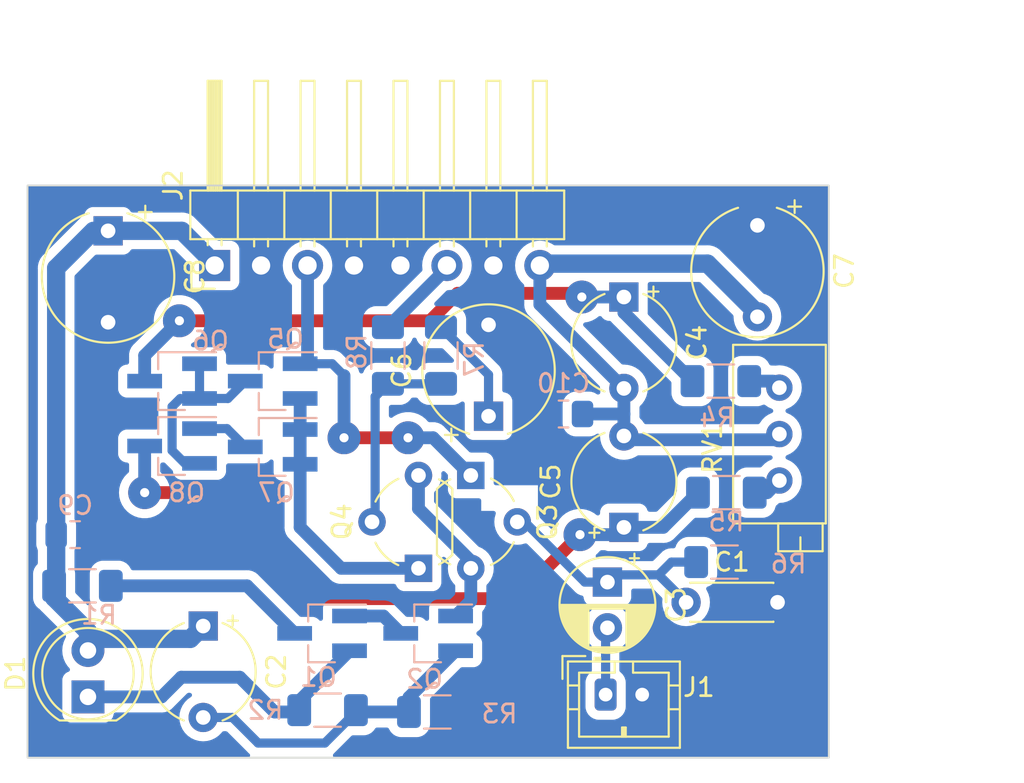
<source format=kicad_pcb>
(kicad_pcb (version 20221018) (generator pcbnew)
  (layers (0 "F.Cu" signal) (31 "B.Cu" signal) (34 "B.Paste" user) (35 "F.Paste" user) (36 "B.SilkS" user "B.Silkscreen") (37 "F.SilkS" user "F.Silkscreen") (38 "B.Mask" user) (39 "F.Mask" user) (44 "Edge.Cuts" user))
  (net 0 "")
  (net 1 "Net-(Q3-B)")
  (net 2 "GND")
  (net 3 "Net-(D1-A)")
  (net 4 "Net-(Q2-B)")
  (net 5 "Net-(J1-Pin_1)")
  (net 6 "Net-(Q6-E)")
  (net 7 "Net-(J2-Pin_8)")
  (net 8 "Net-(Q8-E)")
  (net 9 "Net-(C6-Pad1)")
  (net 10 "Net-(D1-K)")
  (net 11 "Net-(J2-Pin_3)")
  (net 12 "Net-(J2-Pin_6)")
  (net 13 "Net-(Q1-C)")
  (net 14 "Net-(Q1-E)")
  (net 15 "Net-(Q2-C)")
  (net 16 "Net-(Q4-C)")
  (net 17 "Net-(Q4-B)")
  (net 18 "Net-(Q5-E)")
  (net 19 "Net-(Q7-E)")
  (net 20 "Net-(R4-Pad2)")
  (net 21 "Net-(R5-Pad2)")
  (footprint "Capacitor_THT:CP_Radial_Tantal_D5.5mm_P5.00mm" (layer "F.Cu") (at 159.8 85.9 -90)
    (fp_text reference "C4" (at 2.5 -4 90) (layer "F.SilkS"))
    (fp_text value "33u/25V")
    (pad "1" thru_hole rect (at 0 0 270) (size 1.6 1.6) (drill 0.8) (layers "*.Cu" "*.Mask") (net 6 "Net-(Q6-E)"))
    (pad "2" thru_hole circle (at 5 0 270) (size 1.6 1.6) (drill 0.8) (layers "*.Cu" "*.Mask") (net 7 "Net-(J2-Pin_8)"))
  )
  (footprint "Capacitor_THT:CP_Radial_D5.0mm_P2.50mm" (layer "F.Cu") (at 158.9 101.494888 -90)
    (fp_text reference "C3" (at 1.25 -3.75 90) (layer "F.SilkS"))
    (fp_text value "2u2/16V")
    (pad "1" thru_hole rect (at 0 0 270) (size 1.6 1.6) (drill 0.8) (layers "*.Cu" "*.Mask") (net 1 "Net-(Q3-B)"))
    (pad "2" thru_hole circle (at 2.5 0 270) (size 1.6 1.6) (drill 0.8) (layers "*.Cu" "*.Mask") (net 5 "Net-(J1-Pin_1)"))
  )
  (footprint "Potentiometer_THT:Potentiometer_Bourns_3296X_Horizontal" (layer "F.Cu") (at 168.3 90.86 90)
    (fp_text reference "RV1" (at -3.3 -3.66 90) (layer "F.SilkS"))
    (fp_text value "50")
    (pad "1" thru_hole circle (at 0 0 90) (size 1.44 1.44) (drill 0.8) (layers "*.Cu" "*.Mask") (net 20 "Net-(R4-Pad2)"))
    (pad "2" thru_hole circle (at -2.54 0 90) (size 1.44 1.44) (drill 0.8) (layers "*.Cu" "*.Mask") (net 7 "Net-(J2-Pin_8)"))
    (pad "3" thru_hole circle (at -5.08 0 90) (size 1.44 1.44) (drill 0.8) (layers "*.Cu" "*.Mask") (net 21 "Net-(R5-Pad2)"))
  )
  (footprint "Package_TO_SOT_THT:TO-92_Wide" (layer "F.Cu") (at 151.43 95.66 -90)
    (fp_text reference "Q3" (at 2.55 -4.19 90) (layer "F.SilkS"))
    (fp_text value "BC560C")
    (pad "1" thru_hole rect (at 0 0 270) (size 1.5 1.5) (drill 0.8) (layers "*.Cu" "*.Mask") (net 11 "Net-(J2-Pin_3)"))
    (pad "2" thru_hole circle (at 2.54 -2.54 270) (size 1.5 1.5) (drill 0.8) (layers "*.Cu" "*.Mask") (net 1 "Net-(Q3-B)"))
    (pad "3" thru_hole circle (at 5.08 0 270) (size 1.5 1.5) (drill 0.8) (layers "*.Cu" "*.Mask") (net 15 "Net-(Q2-C)"))
  )
  (footprint "Capacitor_THT:CP_Radial_Tantal_D7.0mm_P5.00mm" (layer "F.Cu") (at 152.4 92.420139 90)
    (fp_text reference "C6" (at 2.5 -4.75 90) (layer "F.SilkS"))
    (fp_text value "47u/25V")
    (pad "1" thru_hole rect (at 0 0 90) (size 1.6 1.6) (drill 0.8) (layers "*.Cu" "*.Mask") (net 9 "Net-(C6-Pad1)"))
    (pad "2" thru_hole circle (at 5 0 90) (size 1.6 1.6) (drill 0.8) (layers "*.Cu" "*.Mask") (net 2 "GND"))
  )
  (footprint "Capacitor_THT:CP_Radial_Tantal_D5.5mm_P5.00mm" (layer "F.Cu") (at 159.8 98.5 90)
    (fp_text reference "C5" (at 2.5 -4 90) (layer "F.SilkS"))
    (fp_text value "33u/25V")
    (pad "1" thru_hole rect (at 0 0 90) (size 1.6 1.6) (drill 0.8) (layers "*.Cu" "*.Mask") (net 8 "Net-(Q8-E)"))
    (pad "2" thru_hole circle (at 5 0 90) (size 1.6 1.6) (drill 0.8) (layers "*.Cu" "*.Mask") (net 7 "Net-(J2-Pin_8)"))
  )
  (footprint "Capacitor_THT:CP_Radial_Tantal_D7.0mm_P5.00mm" (layer "F.Cu") (at 167.1 81.979862 -90)
    (fp_text reference "C7" (at 2.5 -4.75 90) (layer "F.SilkS"))
    (fp_text value "47u/35V")
    (pad "1" thru_hole rect (at 0 0 270) (size 1.6 1.6) (drill 0.8) (layers "*.Cu" "*.Mask") (net 2 "GND"))
    (pad "2" thru_hole circle (at 5 0 270) (size 1.6 1.6) (drill 0.8) (layers "*.Cu" "*.Mask") (net 7 "Net-(J2-Pin_8)"))
  )
  (footprint "Capacitor_THT:C_Disc_D4.3mm_W1.9mm_P5.00mm" (layer "F.Cu") (at 163.2 102.6)
    (fp_text reference "C1" (at 2.5 -2.2) (layer "F.SilkS"))
    (fp_text value "330p")
    (pad "1" thru_hole circle (at 0 0) (size 1.6 1.6) (drill 0.8) (layers "*.Cu" "*.Mask") (net 1 "Net-(Q3-B)"))
    (pad "2" thru_hole circle (at 5 0) (size 1.6 1.6) (drill 0.8) (layers "*.Cu" "*.Mask") (net 2 "GND"))
  )
  (footprint "Connector_JST:JST_PH_B2B-PH-K_1x02_P2.00mm_Vertical" (layer "F.Cu") (at 158.8 107.65)
    (fp_text reference "J1" (at 5.1 -0.4) (layer "F.SilkS"))
    (fp_text value "Conn_01x02")
    (pad "1" thru_hole roundrect (at 0 0) (size 1.2 1.75) (drill 0.75) (layers "*.Cu" "*.Mask") (roundrect_rratio 0.208333) (net 5 "Net-(J1-Pin_1)"))
    (pad "2" thru_hole oval (at 2 0) (size 1.2 1.75) (drill 0.75) (layers "*.Cu" "*.Mask") (net 2 "GND"))
  )
  (footprint "LED_THT:LED_D5.0mm" (layer "F.Cu") (at 130.5 107.775 90)
    (fp_text reference "D1" (at 1.27 -3.96 90) (layer "F.SilkS"))
    (fp_text value "LED_Small")
    (pad "1" thru_hole rect (at 0 0 90) (size 1.8 1.8) (drill 0.9) (layers "*.Cu" "*.Mask") (net 10 "Net-(D1-K)"))
    (pad "2" thru_hole circle (at 2.54 0 90) (size 1.8 1.8) (drill 0.9) (layers "*.Cu" "*.Mask") (net 3 "Net-(D1-A)"))
  )
  (footprint "Package_TO_SOT_THT:TO-92_Wide" (layer "F.Cu") (at 148.57 100.74 90)
    (fp_text reference "Q4" (at 2.55 -4.19 90) (layer "F.SilkS"))
    (fp_text value "BC560C")
    (pad "1" thru_hole rect (at 0 0 90) (size 1.5 1.5) (drill 0.8) (layers "*.Cu" "*.Mask") (net 16 "Net-(Q4-C)"))
    (pad "2" thru_hole circle (at 2.54 -2.54 90) (size 1.5 1.5) (drill 0.8) (layers "*.Cu" "*.Mask") (net 17 "Net-(Q4-B)"))
    (pad "3" thru_hole circle (at 5.08 0 90) (size 1.5 1.5) (drill 0.8) (layers "*.Cu" "*.Mask") (net 15 "Net-(Q2-C)"))
  )
  (footprint "Connector_PinHeader_2.54mm:PinHeader_1x08_P2.54mm_Horizontal" (layer "F.Cu") (at 137.425 84.175 90)
    (fp_text reference "J2" (at 4.385 -2.27 90) (layer "F.SilkS"))
    (fp_text value "Conn_01x08")
    (pad "1" thru_hole rect (at 0 0 90) (size 1.7 1.7) (drill 1) (layers "*.Cu" "*.Mask") (net 3 "Net-(D1-A)"))
    (pad "2" thru_hole oval (at 0 2.54 90) (size 1.7 1.7) (drill 1) (layers "*.Cu" "*.Mask") (net 2 "GND"))
    (pad "3" thru_hole oval (at 0 5.08 90) (size 1.7 1.7) (drill 1) (layers "*.Cu" "*.Mask") (net 11 "Net-(J2-Pin_3)"))
    (pad "4" thru_hole oval (at 0 7.62 90) (size 1.7 1.7) (drill 1) (layers "*.Cu" "*.Mask") (net 2 "GND"))
    (pad "5" thru_hole oval (at 0 10.16 90) (size 1.7 1.7) (drill 1) (layers "*.Cu" "*.Mask") (net 2 "GND"))
    (pad "6" thru_hole oval (at 0 12.7 90) (size 1.7 1.7) (drill 1) (layers "*.Cu" "*.Mask") (net 12 "Net-(J2-Pin_6)"))
    (pad "7" thru_hole oval (at 0 15.24 90) (size 1.7 1.7) (drill 1) (layers "*.Cu" "*.Mask") (net 2 "GND"))
    (pad "8" thru_hole oval (at 0 17.78 90) (size 1.7 1.7) (drill 1) (layers "*.Cu" "*.Mask") (net 7 "Net-(J2-Pin_8)"))
  )
  (footprint "Capacitor_THT:CP_Radial_Tantal_D5.5mm_P5.00mm" (layer "F.Cu") (at 136.8 103.9 -90)
    (fp_text reference "C2" (at 2.5 -4 90) (layer "F.SilkS"))
    (fp_text value "33u/25V")
    (pad "1" thru_hole rect (at 0 0 270) (size 1.6 1.6) (drill 0.8) (layers "*.Cu" "*.Mask") (net 3 "Net-(D1-A)"))
    (pad "2" thru_hole circle (at 5 0 270) (size 1.6 1.6) (drill 0.8) (layers "*.Cu" "*.Mask") (net 4 "Net-(Q2-B)"))
  )
  (footprint "Capacitor_THT:CP_Radial_Tantal_D7.0mm_P5.00mm" (layer "F.Cu") (at 131.6 82.279862 -90)
    (fp_text reference "C8" (at 2.5 -4.75 90) (layer "F.SilkS"))
    (fp_text value "47u/35V")
    (pad "1" thru_hole rect (at 0 0 270) (size 1.6 1.6) (drill 0.8) (layers "*.Cu" "*.Mask") (net 3 "Net-(D1-A)"))
    (pad "2" thru_hole circle (at 5 0 270) (size 1.6 1.6) (drill 0.8) (layers "*.Cu" "*.Mask") (net 2 "GND"))
  )
  (footprint "Resistor_SMD:R_1206_3216Metric_Pad1.30x1.75mm_HandSolder" (layer "B.Cu") (at 146.9 89.1 90)
    (fp_text reference "R8" (at 0.2 -1.7 -270) (layer "B.SilkS") (effects (justify mirror)))
    (fp_text value "68k")
    (pad "1" smd roundrect (at -1.55 0 90) (size 1.3 1.75) (layers "B.Cu" "B.Paste" "B.Mask") (roundrect_rratio 0.192308) (net 17 "Net-(Q4-B)"))
    (pad "2" smd roundrect (at 1.55 0 90) (size 1.3 1.75) (layers "B.Cu" "B.Paste" "B.Mask") (roundrect_rratio 0.192308) (net 12 "Net-(J2-Pin_6)"))
  )
  (footprint "Package_TO_SOT_SMD:SOT-23_Handsoldering" (layer "B.Cu") (at 143.3 104.3 180)
    (fp_text reference "Q1" (at 0.2 -2.4) (layer "B.SilkS") (effects (justify mirror)))
    (fp_text value "BC558")
    (pad "1" smd rect (at -1.5 0.95 180) (size 1.9 0.8) (layers "B.Cu" "B.Paste" "B.Mask") (net 13 "Net-(Q1-C)"))
    (pad "2" smd rect (at -1.5 -0.95 180) (size 1.9 0.8) (layers "B.Cu" "B.Paste" "B.Mask") (net 10 "Net-(D1-K)"))
    (pad "3" smd rect (at 1.5 0 180) (size 1.9 0.8) (layers "B.Cu" "B.Paste" "B.Mask") (net 14 "Net-(Q1-E)"))
  )
  (footprint "Resistor_SMD:R_1206_3216Metric_Pad1.30x1.75mm_HandSolder" (layer "B.Cu") (at 165.1 90.5)
    (fp_text reference "R4" (at -0.2 2 -360) (layer "B.SilkS") (effects (justify mirror)))
    (fp_text value "51")
    (pad "1" smd roundrect (at -1.55 0) (size 1.3 1.75) (layers "B.Cu" "B.Paste" "B.Mask") (roundrect_rratio 0.192308) (net 6 "Net-(Q6-E)"))
    (pad "2" smd roundrect (at 1.55 0) (size 1.3 1.75) (layers "B.Cu" "B.Paste" "B.Mask") (roundrect_rratio 0.192308) (net 20 "Net-(R4-Pad2)"))
  )
  (footprint "Resistor_SMD:R_1206_3216Metric_Pad1.30x1.75mm_HandSolder" (layer "B.Cu") (at 149.6 108.6)
    (fp_text reference "R3" (at 3.4 0.1 -360) (layer "B.SilkS") (effects (justify mirror)))
    (fp_text value "4k3")
    (pad "1" smd roundrect (at -1.55 0) (size 1.3 1.75) (layers "B.Cu" "B.Paste" "B.Mask") (roundrect_rratio 0.192308) (net 4 "Net-(Q2-B)"))
    (pad "2" smd roundrect (at 1.55 0) (size 1.3 1.75) (layers "B.Cu" "B.Paste" "B.Mask") (roundrect_rratio 0.192308) (net 2 "GND"))
  )
  (footprint "Resistor_SMD:R_1206_3216Metric_Pad1.30x1.75mm_HandSolder" (layer "B.Cu") (at 165.3 100.4)
    (fp_text reference "R6" (at 3.5 0.1 -360) (layer "B.SilkS") (effects (justify mirror)))
    (fp_text value "68k")
    (pad "1" smd roundrect (at -1.55 0) (size 1.3 1.75) (layers "B.Cu" "B.Paste" "B.Mask") (roundrect_rratio 0.192308) (net 1 "Net-(Q3-B)"))
    (pad "2" smd roundrect (at 1.55 0) (size 1.3 1.75) (layers "B.Cu" "B.Paste" "B.Mask") (roundrect_rratio 0.192308) (net 2 "GND"))
  )
  (footprint "Capacitor_SMD:C_0805_2012Metric_Pad1.18x1.45mm_HandSolder" (layer "B.Cu") (at 129.8 98.9)
    (fp_text reference "C9" (at 0 -1.6) (layer "B.SilkS") (effects (justify mirror)))
    (fp_text value "100n")
    (pad "1" smd roundrect (at -1.0375 0) (size 1.175 1.45) (layers "B.Cu" "B.Paste" "B.Mask") (roundrect_rratio 0.212766) (net 3 "Net-(D1-A)"))
    (pad "2" smd roundrect (at 1.0375 0) (size 1.175 1.45) (layers "B.Cu" "B.Paste" "B.Mask") (roundrect_rratio 0.212766) (net 2 "GND"))
  )
  (footprint "Resistor_SMD:R_1206_3216Metric_Pad1.30x1.75mm_HandSolder" (layer "B.Cu") (at 165.4 96.6)
    (fp_text reference "R5" (at 0 1.6 -360) (layer "B.SilkS") (effects (justify mirror)))
    (fp_text value "51")
    (pad "1" smd roundrect (at -1.55 0) (size 1.3 1.75) (layers "B.Cu" "B.Paste" "B.Mask") (roundrect_rratio 0.192308) (net 8 "Net-(Q8-E)"))
    (pad "2" smd roundrect (at 1.55 0) (size 1.3 1.75) (layers "B.Cu" "B.Paste" "B.Mask") (roundrect_rratio 0.192308) (net 21 "Net-(R5-Pad2)"))
  )
  (footprint "Resistor_SMD:R_1206_3216Metric_Pad1.30x1.75mm_HandSolder" (layer "B.Cu") (at 130.2 101.7)
    (fp_text reference "R1" (at 0.9 1.6 -360) (layer "B.SilkS") (effects (justify mirror)))
    (fp_text value "620")
    (pad "1" smd roundrect (at -1.55 0) (size 1.3 1.75) (layers "B.Cu" "B.Paste" "B.Mask") (roundrect_rratio 0.192308) (net 3 "Net-(D1-A)"))
    (pad "2" smd roundrect (at 1.55 0) (size 1.3 1.75) (layers "B.Cu" "B.Paste" "B.Mask") (roundrect_rratio 0.192308) (net 14 "Net-(Q1-E)"))
  )
  (footprint "Resistor_SMD:R_1206_3216Metric_Pad1.30x1.75mm_HandSolder" (layer "B.Cu") (at 143.6 108.5)
    (fp_text reference "R2" (at -3.4 0 -360) (layer "B.SilkS") (effects (justify mirror)))
    (fp_text value "390")
    (pad "1" smd roundrect (at -1.55 0) (size 1.3 1.75) (layers "B.Cu" "B.Paste" "B.Mask") (roundrect_rratio 0.192308) (net 10 "Net-(D1-K)"))
    (pad "2" smd roundrect (at 1.55 0) (size 1.3 1.75) (layers "B.Cu" "B.Paste" "B.Mask") (roundrect_rratio 0.192308) (net 4 "Net-(Q2-B)"))
  )
  (footprint "Package_TO_SOT_SMD:SOT-23_Handsoldering" (layer "B.Cu") (at 135.1 94.05 180)
    (fp_text reference "Q8" (at -0.8 -2.55) (layer "B.SilkS") (effects (justify mirror)))
    (fp_text value "BC548")
    (pad "1" smd rect (at -1.5 0.95 180) (size 1.9 0.8) (layers "B.Cu" "B.Paste" "B.Mask") (net 19 "Net-(Q7-E)"))
    (pad "2" smd rect (at -1.5 -0.95 180) (size 1.9 0.8) (layers "B.Cu" "B.Paste" "B.Mask") (net 18 "Net-(Q5-E)"))
    (pad "3" smd rect (at 1.5 0 180) (size 1.9 0.8) (layers "B.Cu" "B.Paste" "B.Mask") (net 8 "Net-(Q8-E)"))
  )
  (footprint "Package_TO_SOT_SMD:SOT-23_Handsoldering" (layer "B.Cu") (at 135.1 90.5 180)
    (fp_text reference "Q6" (at -2.1 2.2) (layer "B.SilkS") (effects (justify mirror)))
    (fp_text value "BC548")
    (pad "1" smd rect (at -1.5 0.95 180) (size 1.9 0.8) (layers "B.Cu" "B.Paste" "B.Mask") (net 18 "Net-(Q5-E)"))
    (pad "2" smd rect (at -1.5 -0.95 180) (size 1.9 0.8) (layers "B.Cu" "B.Paste" "B.Mask") (net 18 "Net-(Q5-E)"))
    (pad "3" smd rect (at 1.5 0 180) (size 1.9 0.8) (layers "B.Cu" "B.Paste" "B.Mask") (net 6 "Net-(Q6-E)"))
  )
  (footprint "Package_TO_SOT_SMD:SOT-23_Handsoldering" (layer "B.Cu") (at 149.1 104.3 180)
    (fp_text reference "Q2" (at 0.2 -2.5) (layer "B.SilkS") (effects (justify mirror)))
    (fp_text value "BC558")
    (pad "1" smd rect (at -1.5 0.95 180) (size 1.9 0.8) (layers "B.Cu" "B.Paste" "B.Mask") (net 15 "Net-(Q2-C)"))
    (pad "2" smd rect (at -1.5 -0.95 180) (size 1.9 0.8) (layers "B.Cu" "B.Paste" "B.Mask") (net 4 "Net-(Q2-B)"))
    (pad "3" smd rect (at 1.5 0 180) (size 1.9 0.8) (layers "B.Cu" "B.Paste" "B.Mask") (net 13 "Net-(Q1-C)"))
  )
  (footprint "Resistor_SMD:R_1206_3216Metric_Pad1.30x1.75mm_HandSolder" (layer "B.Cu") (at 149.8 89.1 90)
    (fp_text reference "R7" (at -0.2 1.82 -270) (layer "B.SilkS") (effects (justify mirror)))
    (fp_text value "1k2")
    (pad "1" smd roundrect (at -1.55 0 90) (size 1.3 1.75) (layers "B.Cu" "B.Paste" "B.Mask") (roundrect_rratio 0.192308) (net 17 "Net-(Q4-B)"))
    (pad "2" smd roundrect (at 1.55 0 90) (size 1.3 1.75) (layers "B.Cu" "B.Paste" "B.Mask") (roundrect_rratio 0.192308) (net 9 "Net-(C6-Pad1)"))
  )
  (footprint "Capacitor_SMD:C_0805_2012Metric_Pad1.18x1.45mm_HandSolder" (layer "B.Cu") (at 156.5 92.3 180)
    (fp_text reference "C10" (at 0 1.68) (layer "B.SilkS") (effects (justify mirror)))
    (fp_text value "100n")
    (pad "1" smd roundrect (at -1.0375 0 180) (size 1.175 1.45) (layers "B.Cu" "B.Paste" "B.Mask") (roundrect_rratio 0.212766) (net 7 "Net-(J2-Pin_8)"))
    (pad "2" smd roundrect (at 1.0375 0 180) (size 1.175 1.45) (layers "B.Cu" "B.Paste" "B.Mask") (roundrect_rratio 0.212766) (net 2 "GND"))
  )
  (footprint "Package_TO_SOT_SMD:SOT-23_Handsoldering" (layer "B.Cu") (at 140.6 94.1 180)
    (fp_text reference "Q7" (at -0.2 -2.5) (layer "B.SilkS") (effects (justify mirror)))
    (fp_text value "BC548")
    (pad "1" smd rect (at -1.5 0.95 180) (size 1.9 0.8) (layers "B.Cu" "B.Paste" "B.Mask") (net 16 "Net-(Q4-C)"))
    (pad "2" smd rect (at -1.5 -0.95 180) (size 1.9 0.8) (layers "B.Cu" "B.Paste" "B.Mask") (net 16 "Net-(Q4-C)"))
    (pad "3" smd rect (at 1.5 0 180) (size 1.9 0.8) (layers "B.Cu" "B.Paste" "B.Mask") (net 19 "Net-(Q7-E)"))
  )
  (footprint "Package_TO_SOT_SMD:SOT-23_Handsoldering" (layer "B.Cu") (at 140.6 90.5 180)
    (fp_text reference "Q5" (at -0.7 2.3) (layer "B.SilkS") (effects (justify mirror)))
    (fp_text value "BC548")
    (pad "1" smd rect (at -1.5 0.95 180) (size 1.9 0.8) (layers "B.Cu" "B.Paste" "B.Mask") (net 11 "Net-(J2-Pin_3)"))
    (pad "2" smd rect (at -1.5 -0.95 180) (size 1.9 0.8) (layers "B.Cu" "B.Paste" "B.Mask") (net 16 "Net-(Q4-C)"))
    (pad "3" smd rect (at 1.5 0 180) (size 1.9 0.8) (layers "B.Cu" "B.Paste" "B.Mask") (net 18 "Net-(Q5-E)"))
  )
  (gr_rect (start 127.2 79.8) (end 171 111.1) (stroke (width 0.1)) (fill none) (layer "Edge.Cuts"))
  (segment (start 162.4 100.4) (end 163.75 100.4) (width 0.5) (layer "B.Cu") (net 1))
  (segment (start 161.7 101.1) (end 159.294888 101.1) (width 0.5) (layer "B.Cu") (net 1))
  (segment (start 159.294888 101.1) (end 158.9 101.494888) (width 0.5) (layer "B.Cu") (net 1))
  (segment (start 163.2 102.6) (end 161.7 101.1) (width 0.5) (layer "B.Cu") (net 1))
  (segment (start 161.7 101.1) (end 162.4 100.4) (width 0.5) (layer "B.Cu") (net 1))
  (segment (start 158.9 101.494888) (end 157.664888 101.494888) (width 0.5) (layer "B.Cu") (net 1))
  (segment (start 157.664888 101.494888) (end 154.37 98.2) (width 0.5) (layer "B.Cu") (net 1))
  (segment (start 152.4 84.41) (end 152.7 84.11) (width 1) (layer "B.Cu") (net 2))
  (segment (start 152.6 87.220139) (end 152.4 87.020139) (width 1) (layer "B.Cu") (net 2))
  (segment (start 152.7 84.11) (end 152.665 84.075) (width 0.3) (layer "B.Cu") (net 2))
  (segment (start 131.6 82.279862) (end 130.8 82.279862) (width 0.7) (layer "B.Cu") (net 3))
  (segment (start 128.7625 98.9) (end 128.7625 101.5875) (width 1) (layer "B.Cu") (net 3))
  (segment (start 130.5 105.235) (end 131.135 104.6) (width 1) (layer "B.Cu") (net 3))
  (segment (start 130.8 82.279862) (end 128.7625 84.317362) (width 1) (layer "B.Cu") (net 3))
  (segment (start 130.5 104.2) (end 130.5 105.235) (width 1) (layer "B.Cu") (net 3))
  (segment (start 128.65 101.7) (end 128.65 102.35) (width 1) (layer "B.Cu") (net 3))
  (segment (start 128.7625 84.317362) (end 128.7625 98.9) (width 1) (layer "B.Cu") (net 3))
  (segment (start 131.135 104.6) (end 136.1 104.6) (width 1) (layer "B.Cu") (net 3))
  (segment (start 136.1 104.6) (end 136.8 103.9) (width 1) (layer "B.Cu") (net 3))
  (segment (start 128.7625 101.5875) (end 128.65 101.7) (width 0.7) (layer "B.Cu") (net 3))
  (segment (start 131.6 82.279862) (end 135.629862 82.279862) (width 1) (layer "B.Cu") (net 3))
  (segment (start 128.65 102.35) (end 130.5 104.2) (width 1) (layer "B.Cu") (net 3))
  (segment (start 135.629862 82.279862) (end 137.425 84.075) (width 1) (layer "B.Cu") (net 3))
  (segment (start 148.05 108.6) (end 148.05 107.8) (width 0.7) (layer "B.Cu") (net 4))
  (segment (start 143.45 110.3) (end 145.15 108.6) (width 0.5) (layer "B.Cu") (net 4))
  (segment (start 145.15 108.6) (end 147.65 108.6) (width 0.7) (layer "B.Cu") (net 4))
  (segment (start 138.4 108.9) (end 139.8 110.3) (width 0.5) (layer "B.Cu") (net 4))
  (segment (start 139.8 110.3) (end 143.45 110.3) (width 0.5) (layer "B.Cu") (net 4))
  (segment (start 148.05 107.8) (end 150.6 105.25) (width 0.7) (layer "B.Cu") (net 4))
  (segment (start 136.8 108.9) (end 138.4 108.9) (width 0.5) (layer "B.Cu") (net 4))
  (segment (start 158.8 104.094888) (end 158.8 107.65) (width 0.5) (layer "B.Cu") (net 5))
  (segment (start 158.9 103.994888) (end 158.8 104.094888) (width 0.5) (layer "B.Cu") (net 5))
  (segment (start 150.7 85.7) (end 149.2 87.2) (width 0.7) (layer "F.Cu") (net 6))
  (segment (start 149.2 87.2) (end 135.5 87.2) (width 0.7) (layer "F.Cu") (net 6))
  (segment (start 157.5 85.9) (end 157.3 85.7) (width 0.7) (layer "F.Cu") (net 6))
  (segment (start 157.3 85.7) (end 150.7 85.7) (width 0.7) (layer "F.Cu") (net 6))
  (via (at 157.5 85.9) (size 1.8) (drill 0.5) (layers "F.Cu" "B.Cu") (net 6))
  (via (at 135.5 87.2) (size 1.8) (drill 0.5) (layers "F.Cu" "B.Cu") (net 6))
  (segment (start 159.8 86.75) (end 163.55 90.5) (width 0.7) (layer "B.Cu") (net 6))
  (segment (start 157.5 85.9) (end 159.8 85.9) (width 0.7) (layer "B.Cu") (net 6))
  (segment (start 135.5 87.2) (end 133.6 89.1) (width 0.7) (layer "B.Cu") (net 6))
  (segment (start 159.8 85.9) (end 159.8 86.75) (width 0.7) (layer "B.Cu") (net 6))
  (segment (start 133.6 89.1) (end 133.6 90.5) (width 0.7) (layer "B.Cu") (net 6))
  (segment (start 160.01 93.71) (end 167.99 93.71) (width 0.7) (layer "B.Cu") (net 7))
  (segment (start 167.99 93.71) (end 168.3 93.4) (width 0.7) (layer "B.Cu") (net 7))
  (segment (start 157.5375 92.3) (end 159.8 92.3) (width 0.7) (layer "B.Cu") (net 7))
  (segment (start 159.8 92.3) (end 159.8 90.9) (width 0.7) (layer "B.Cu") (net 7))
  (segment (start 167.1 86.8) (end 167.1 86.979862) (width 0.7) (layer "B.Cu") (net 7))
  (segment (start 164.375 84.075) (end 167.1 86.8) (width 1) (layer "B.Cu") (net 7))
  (segment (start 159.8 93.5) (end 160.01 93.71) (width 0.5) (layer "B.Cu") (net 7))
  (segment (start 155.205 86.305) (end 159.8 90.9) (width 0.7) (layer "B.Cu") (net 7))
  (segment (start 155.205 84.075) (end 155.205 86.305) (width 0.7) (layer "B.Cu") (net 7))
  (segment (start 155.205 84.075) (end 164.375 84.075) (width 1) (layer "B.Cu") (net 7))
  (segment (start 159.8 93.5) (end 159.8 92.3) (width 0.7) (layer "B.Cu") (net 7))
  (segment (start 143.1 102.4) (end 137.3 96.6) (width 0.7) (layer "F.Cu") (net 8))
  (segment (start 153.9 102.4) (end 143.1 102.4) (width 0.7) (layer "F.Cu") (net 8))
  (segment (start 157.8 98.5) (end 157.8 98.5) (width 0.7) (layer "F.Cu") (net 8))
  (segment (start 157.4 98.9) (end 153.9 102.4) (width 0.7) (layer "F.Cu") (net 8))
  (segment (start 137.3 96.6) (end 133.6 96.6) (width 0.7) (layer "F.Cu") (net 8))
  (via (at 157.4 98.9) (size 1.8) (drill 0.5) (layers "F.Cu" "B.Cu") (net 8))
  (via (at 133.6 96.6) (size 1.8) (drill 0.5) (layers "F.Cu" "B.Cu") (net 8))
  (segment (start 157.4 98.9) (end 159.4 98.9) (width 0.7) (layer "B.Cu") (net 8))
  (segment (start 159.4 98.9) (end 159.8 98.5) (width 0.7) (layer "B.Cu") (net 8))
  (segment (start 133.6 94.05) (end 133.6 96.6) (width 0.7) (layer "B.Cu") (net 8))
  (segment (start 161.95 98.5) (end 163.85 96.6) (width 0.7) (layer "B.Cu") (net 8))
  (segment (start 159.8 98.5) (end 161.95 98.5) (width 0.7) (layer "B.Cu") (net 8))
  (segment (start 149.8 87.55) (end 152.4 90.15) (width 0.5) (layer "B.Cu") (net 9))
  (segment (start 152.4 90.15) (end 152.4 92.420139) (width 0.5) (layer "B.Cu") (net 9))
  (segment (start 135.6 106.7) (end 138.8 106.7) (width 0.7) (layer "B.Cu") (net 10))
  (segment (start 138.8 106.7) (end 140.7 108.6) (width 0.7) (layer "B.Cu") (net 10))
  (segment (start 142.05 108) (end 144.8 105.25) (width 0.7) (layer "B.Cu") (net 10))
  (segment (start 134.525 107.775) (end 135.6 106.7) (width 0.7) (layer "B.Cu") (net 10))
  (segment (start 140.7 108.6) (end 142.05 108.6) (width 0.7) (layer "B.Cu") (net 10))
  (segment (start 130.5 107.775) (end 134.525 107.775) (width 0.7) (layer "B.Cu") (net 10))
  (segment (start 144.5 93.6) (end 148 93.6) (width 0.7) (layer "F.Cu") (net 11))
  (via (at 144.5 93.6) (size 1.8) (drill 0.5) (layers "F.Cu" "B.Cu") (net 11))
  (via (at 148 93.6) (size 1.8) (drill 0.5) (layers "F.Cu" "B.Cu") (net 11))
  (segment (start 142.1 89.55) (end 142.505 89.145) (width 0.3) (layer "B.Cu") (net 11))
  (segment (start 148 93.6) (end 149.37 93.6) (width 0.7) (layer "B.Cu") (net 11))
  (segment (start 149.37 93.6) (end 151.43 95.66) (width 0.7) (layer "B.Cu") (net 11))
  (segment (start 144.5 93.6) (end 144.5 90.2) (width 0.7) (layer "B.Cu") (net 11))
  (segment (start 144.5 90.2) (end 143.85 89.55) (width 0.5) (layer "B.Cu") (net 11))
  (segment (start 142.505 89.145) (end 142.505 84.075) (width 0.7) (layer "B.Cu") (net 11))
  (segment (start 143.85 89.55) (end 142.1 89.55) (width 0.5) (layer "B.Cu") (net 11))
  (segment (start 150.125 84.325) (end 150.125 84.075) (width 0.5) (layer "B.Cu") (net 12))
  (segment (start 146.7 87.75) (end 150.125 84.325) (width 0.7) (layer "B.Cu") (net 12))
  (segment (start 146.65 103.35) (end 147.6 104.3) (width 0.7) (layer "B.Cu") (net 13))
  (segment (start 144.8 103.35) (end 146.65 103.35) (width 0.7) (layer "B.Cu") (net 13))
  (segment (start 139.2 101.7) (end 141.8 104.3) (width 0.7) (layer "B.Cu") (net 14))
  (segment (start 131.75 101.7) (end 139.2 101.7) (width 0.7) (layer "B.Cu") (net 14))
  (segment (start 150.6 103.35) (end 151.43 102.52) (width 0.7) (layer "B.Cu") (net 15))
  (segment (start 151.43 102.52) (end 151.43 100.34) (width 0.7) (layer "B.Cu") (net 15))
  (segment (start 148.57 97.48) (end 148.57 95.66) (width 0.7) (layer "B.Cu") (net 15))
  (segment (start 151.43 100.34) (end 148.57 97.48) (width 0.7) (layer "B.Cu") (net 15))
  (segment (start 142.1 98.5) (end 144.34 100.74) (width 0.7) (layer "B.Cu") (net 16))
  (segment (start 142.1 91.45) (end 142.1 95.05) (width 0.7) (layer "B.Cu") (net 16))
  (segment (start 142.1 95.05) (end 142.1 98.5) (width 0.7) (layer "B.Cu") (net 16))
  (segment (start 144.34 100.74) (end 148.57 100.74) (width 0.7) (layer "B.Cu") (net 16))
  (segment (start 146.2 98.03) (end 146.2 91.35) (width 0.5) (layer "B.Cu") (net 17))
  (segment (start 146.2 91.35) (end 146.9 90.65) (width 0.5) (layer "B.Cu") (net 17))
  (segment (start 146.03 98.2) (end 146.2 98.03) (width 0.5) (layer "B.Cu") (net 17))
  (segment (start 146.9 90.65) (end 149.8 90.65) (width 0.5) (layer "B.Cu") (net 17))
  (segment (start 135.1 94.3) (end 135.8 95) (width 0.5) (layer "B.Cu") (net 18))
  (segment (start 136.6 91.45) (end 138.15 91.45) (width 0.5) (layer "B.Cu") (net 18))
  (segment (start 135.1 91.9) (end 135.1 94.3) (width 0.5) (layer "B.Cu") (net 18))
  (segment (start 135.55 91.45) (end 135.1 91.9) (width 0.5) (layer "B.Cu") (net 18))
  (segment (start 136.6 89.55) (end 136.6 91.45) (width 0.5) (layer "B.Cu") (net 18))
  (segment (start 136.6 95) (end 135.8 95) (width 0.3) (layer "B.Cu") (net 18))
  (segment (start 138.15 91.45) (end 139.1 90.5) (width 0.5) (layer "B.Cu") (net 18))
  (segment (start 138.1 93.1) (end 139.1 94.1) (width 0.5) (layer "B.Cu") (net 19))
  (segment (start 136.6 93.1) (end 138.1 93.1) (width 0.5) (layer "B.Cu") (net 19))
  (segment (start 167.94 90.5) (end 168.3 90.86) (width 0.7) (layer "B.Cu") (net 20))
  (segment (start 166.65 90.5) (end 167.94 90.5) (width 0.7) (layer "B.Cu") (net 20))
  (segment (start 166.95 96.6) (end 167.64 96.6) (width 0.7) (layer "B.Cu") (net 21))
  (segment (start 167.64 96.6) (end 168.3 95.94) (width 0.7) (layer "B.Cu") (net 21))
  (zone (net 2) (net_name "GND") (layer "B.Cu") (connect_pads yes (clearance 0.5)) (min_thickness 0.25) (fill yes (thermal_gap 0.5) (thermal_bridge_width 0.5) (smoothing chamfer))
    (polygon (pts (xy 126.1 79.4) (xy 174.2 79.4) (xy 174.2 112) (xy 126.3 112)))
  )
  (zone (net 0) (net_name "") (layer "B.Cu") (connect_pads (clearance 0)) (min_thickness 0.25)
    (keepout (tracks not_allowed) (vias not_allowed) (pads not_allowed) (copperpour not_allowed) (footprints allowed))
    (fill (thermal_gap 0.5) (thermal_bridge_width 0.5))
    (polygon (pts (xy 152 96.2) (xy 155.1 96.2) (xy 155.1 97.6) (xy 152 97.6)))
  )
)
</source>
